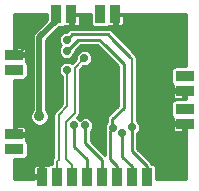
<source format=gbr>
G04 #@! TF.FileFunction,Copper,L2,Bot,Signal*
%FSLAX46Y46*%
G04 Gerber Fmt 4.6, Leading zero omitted, Abs format (unit mm)*
G04 Created by KiCad (PCBNEW 4.0.2-stable) date 02-04-2017 12:22:52*
%MOMM*%
G01*
G04 APERTURE LIST*
%ADD10C,0.100000*%
%ADD11R,1.600000X0.960000*%
%ADD12R,1.600000X0.950000*%
%ADD13R,0.960000X1.600000*%
%ADD14R,0.950000X1.600000*%
%ADD15C,0.600000*%
%ADD16C,0.906400*%
%ADD17C,0.706400*%
%ADD18C,0.250000*%
%ADD19C,0.500000*%
%ADD20C,0.203200*%
%ADD21C,0.254000*%
G04 APERTURE END LIST*
D10*
D11*
X15235200Y-7315200D03*
D12*
X15235200Y-6045200D03*
D11*
X792200Y-10998200D03*
D12*
X792200Y-12268200D03*
D11*
X15235200Y-10109200D03*
D12*
X15235200Y-8839200D03*
D13*
X5638800Y-792200D03*
D14*
X4368800Y-792200D03*
D13*
X9347200Y-792200D03*
D14*
X8077200Y-792200D03*
X12014200Y-14600200D03*
X3124200Y-14600200D03*
X4394200Y-14600200D03*
X10744200Y-14600200D03*
X9474200Y-14600200D03*
X5664200Y-14600200D03*
X6934200Y-14600200D03*
X8204200Y-14600200D03*
D11*
X792200Y-4267200D03*
D12*
X792200Y-5537200D03*
D15*
X1930400Y-3302000D03*
X1905000Y-2489200D03*
X1905000Y-1676400D03*
X13157200Y-5918200D03*
X14427200Y-1854200D03*
X14427200Y-2870200D03*
X14427200Y-3886200D03*
X7315200Y-6934200D03*
X8331200Y-6934200D03*
X9347200Y-6934200D03*
X9347200Y-7950200D03*
X8331200Y-7950200D03*
X7315200Y-7950200D03*
D16*
X2933700Y-9474200D03*
D17*
X5232400Y-2971800D03*
X10744200Y-10388600D03*
X9956800Y-10871200D03*
X5232400Y-3911600D03*
X9144000Y-10439400D03*
X6731000Y-4546600D03*
X5867400Y-10236200D03*
X6807200Y-10236200D03*
X5257800Y-5537200D03*
D18*
X1092200Y-10998200D02*
X2184400Y-10998200D01*
X1092200Y-4267200D02*
X1092200Y-4140200D01*
X1092200Y-4140200D02*
X1930400Y-3302000D01*
X1905000Y-2489200D02*
X1905000Y-1676400D01*
X13157200Y-2743200D02*
X13157200Y-5918200D01*
X14427200Y-1854200D02*
X13157200Y-2743200D01*
X14427200Y-3886200D02*
X14427200Y-2870200D01*
X7315200Y-6934200D02*
X8331200Y-6934200D01*
X9347200Y-6934200D02*
X9347200Y-7950200D01*
X8331200Y-7950200D02*
X7315200Y-7950200D01*
D19*
X4394200Y-1282700D02*
X2933700Y-2743200D01*
X2933700Y-2743200D02*
X2933700Y-9474200D01*
X4394200Y-609600D02*
X4394200Y-1282700D01*
D18*
X9169400Y-2971800D02*
X8712200Y-2514600D01*
X9169400Y-2971800D02*
X9194800Y-2997200D01*
D20*
X10617200Y-4419600D02*
X10744200Y-4546600D01*
D18*
X9194800Y-2997200D02*
X10617200Y-4419600D01*
D20*
X10744200Y-10388600D02*
X10744200Y-4546600D01*
D18*
X5689600Y-2514600D02*
X5232400Y-2971800D01*
X8712200Y-2514600D02*
X5689600Y-2514600D01*
X12014200Y-13690600D02*
X12014200Y-14300200D01*
X10744200Y-12420600D02*
X12014200Y-13690600D01*
X10744200Y-10388600D02*
X10744200Y-12420600D01*
X10744200Y-13665200D02*
X10744200Y-14300200D01*
X9956800Y-12877800D02*
X10744200Y-13665200D01*
X9956800Y-10871200D02*
X9956800Y-12877800D01*
X8483600Y-3454400D02*
X7997002Y-2967802D01*
X5279202Y-3911600D02*
X5232400Y-3911600D01*
X9144000Y-10439400D02*
X9093200Y-10388600D01*
X10058400Y-8737600D02*
X9093200Y-9702800D01*
X10058400Y-5029200D02*
X10058400Y-8737600D01*
X8636000Y-3606800D02*
X10058400Y-5029200D01*
X9093200Y-9702800D02*
X9093200Y-10388600D01*
X8483600Y-3454400D02*
X8636000Y-3606800D01*
X5609402Y-3581400D02*
X5736402Y-3454400D01*
X5609402Y-3581400D02*
X5279202Y-3911600D01*
X6223000Y-2967802D02*
X5736402Y-3454400D01*
X7997002Y-2967802D02*
X6223000Y-2967802D01*
X9474200Y-13665200D02*
X9474200Y-14300200D01*
X8915400Y-13106400D02*
X9474200Y-13665200D01*
X8915400Y-10668000D02*
X8915400Y-13106400D01*
X9144000Y-10439400D02*
X8915400Y-10668000D01*
D20*
X5765800Y-9321800D02*
X5181600Y-9906000D01*
X6731000Y-4546600D02*
X5918200Y-5359400D01*
X5918200Y-5359400D02*
X5918200Y-9169400D01*
X5918200Y-9169400D02*
X5765800Y-9321800D01*
X5664200Y-13589000D02*
X5664200Y-14300200D01*
X5181600Y-13106400D02*
X5664200Y-13589000D01*
X5181600Y-9906000D02*
X5181600Y-13106400D01*
D18*
X5867400Y-10236200D02*
X5867400Y-12039600D01*
X6934200Y-13106400D02*
X6934200Y-14300200D01*
X5867400Y-12039600D02*
X6934200Y-13106400D01*
X8204200Y-13157200D02*
X8204200Y-14300200D01*
X6807200Y-11760200D02*
X8204200Y-13157200D01*
X6807200Y-10236200D02*
X6807200Y-11760200D01*
D20*
X4546600Y-13131800D02*
X4394200Y-13284200D01*
X5257800Y-8608610D02*
X5257800Y-5537200D01*
X4394200Y-13411200D02*
X4394200Y-14300200D01*
X4550683Y-9315727D02*
X4546600Y-13131800D01*
X4550683Y-9315727D02*
X5257800Y-8608610D01*
X4394200Y-13284200D02*
X4394200Y-13411200D01*
D21*
G36*
X3557131Y-1299243D02*
X2523437Y-2332937D01*
X2397665Y-2521167D01*
X2353500Y-2743200D01*
X2353500Y-8946458D01*
X2269953Y-9029860D01*
X2150436Y-9317688D01*
X2150164Y-9629344D01*
X2269178Y-9917381D01*
X2489360Y-10137947D01*
X2777188Y-10257464D01*
X3088844Y-10257736D01*
X3376881Y-10138722D01*
X3597447Y-9918540D01*
X3716964Y-9630712D01*
X3717236Y-9319056D01*
X3598222Y-9031019D01*
X3513900Y-8946550D01*
X3513900Y-2983526D01*
X4568557Y-1928869D01*
X4843800Y-1928869D01*
X4966165Y-1905844D01*
X5078549Y-1833527D01*
X5093921Y-1811029D01*
X5113647Y-1819200D01*
X5455050Y-1819200D01*
X5511800Y-1762450D01*
X5511800Y-919200D01*
X5765800Y-919200D01*
X5765800Y-1762450D01*
X5822550Y-1819200D01*
X6163953Y-1819200D01*
X6247385Y-1784641D01*
X6311241Y-1720785D01*
X6345800Y-1637353D01*
X6345800Y-975950D01*
X6289050Y-919200D01*
X5765800Y-919200D01*
X5511800Y-919200D01*
X5491800Y-919200D01*
X5491800Y-762000D01*
X7265531Y-762000D01*
X7265531Y-1592200D01*
X7288556Y-1714565D01*
X7360873Y-1826949D01*
X7471217Y-1902344D01*
X7602200Y-1928869D01*
X8552200Y-1928869D01*
X8674565Y-1905844D01*
X8786949Y-1833527D01*
X8802321Y-1811029D01*
X8822047Y-1819200D01*
X9163450Y-1819200D01*
X9220200Y-1762450D01*
X9220200Y-919200D01*
X9474200Y-919200D01*
X9474200Y-1762450D01*
X9530950Y-1819200D01*
X9872353Y-1819200D01*
X9955785Y-1784641D01*
X10019641Y-1720785D01*
X10054200Y-1637353D01*
X10054200Y-975950D01*
X9997450Y-919200D01*
X9474200Y-919200D01*
X9220200Y-919200D01*
X9200200Y-919200D01*
X9200200Y-762000D01*
X15316200Y-762000D01*
X15316200Y-5233531D01*
X14435200Y-5233531D01*
X14312835Y-5256556D01*
X14200451Y-5328873D01*
X14125056Y-5439217D01*
X14098531Y-5570200D01*
X14098531Y-6520200D01*
X14121556Y-6642565D01*
X14193873Y-6754949D01*
X14216371Y-6770321D01*
X14208200Y-6790047D01*
X14208200Y-7131450D01*
X14264950Y-7188200D01*
X15108200Y-7188200D01*
X15108200Y-7168200D01*
X15316200Y-7168200D01*
X15316200Y-8027531D01*
X14435200Y-8027531D01*
X14312835Y-8050556D01*
X14200451Y-8122873D01*
X14125056Y-8233217D01*
X14098531Y-8364200D01*
X14098531Y-9314200D01*
X14121556Y-9436565D01*
X14193873Y-9548949D01*
X14216371Y-9564321D01*
X14208200Y-9584047D01*
X14208200Y-9925450D01*
X14264950Y-9982200D01*
X15108200Y-9982200D01*
X15108200Y-9962200D01*
X15316200Y-9962200D01*
X15316200Y-14732000D01*
X12825869Y-14732000D01*
X12825869Y-13800200D01*
X12802844Y-13677835D01*
X12730527Y-13565451D01*
X12620183Y-13490056D01*
X12489200Y-13463531D01*
X12399422Y-13463531D01*
X12336075Y-13368725D01*
X11199400Y-12232050D01*
X11199400Y-10899825D01*
X11323221Y-10776221D01*
X11427482Y-10525133D01*
X11427684Y-10292950D01*
X14208200Y-10292950D01*
X14208200Y-10634353D01*
X14242759Y-10717785D01*
X14306615Y-10781641D01*
X14390047Y-10816200D01*
X15051450Y-10816200D01*
X15108200Y-10759450D01*
X15108200Y-10236200D01*
X14264950Y-10236200D01*
X14208200Y-10292950D01*
X11427684Y-10292950D01*
X11427719Y-10253260D01*
X11323896Y-10001991D01*
X11176000Y-9853836D01*
X11176000Y-7498950D01*
X14208200Y-7498950D01*
X14208200Y-7840353D01*
X14242759Y-7923785D01*
X14306615Y-7987641D01*
X14390047Y-8022200D01*
X15051450Y-8022200D01*
X15108200Y-7965450D01*
X15108200Y-7442200D01*
X14264950Y-7442200D01*
X14208200Y-7498950D01*
X11176000Y-7498950D01*
X11176000Y-4546600D01*
X11143131Y-4381357D01*
X11049529Y-4241271D01*
X11005710Y-4197452D01*
X10939075Y-4097725D01*
X9034075Y-2192725D01*
X8886398Y-2094050D01*
X8712200Y-2059400D01*
X5689600Y-2059400D01*
X5515403Y-2094050D01*
X5515401Y-2094051D01*
X5515402Y-2094051D01*
X5367725Y-2192725D01*
X5272016Y-2288434D01*
X5097060Y-2288281D01*
X4845791Y-2392104D01*
X4653379Y-2584179D01*
X4549118Y-2835267D01*
X4548881Y-3107140D01*
X4652704Y-3358409D01*
X4735826Y-3441677D01*
X4653379Y-3523979D01*
X4549118Y-3775067D01*
X4548881Y-4046940D01*
X4652704Y-4298209D01*
X4844779Y-4490621D01*
X5095867Y-4594882D01*
X5367740Y-4595119D01*
X5619009Y-4491296D01*
X5811421Y-4299221D01*
X5915682Y-4048133D01*
X5915795Y-3918757D01*
X6411550Y-3423002D01*
X7808452Y-3423002D01*
X9603200Y-5217750D01*
X9603200Y-8549050D01*
X8771325Y-9380925D01*
X8672650Y-9528602D01*
X8654260Y-9621056D01*
X8638000Y-9702800D01*
X8638000Y-9978886D01*
X8564979Y-10051779D01*
X8460718Y-10302867D01*
X8460481Y-10574740D01*
X8472814Y-10604587D01*
X8460200Y-10668000D01*
X8460200Y-12769450D01*
X7262400Y-11571650D01*
X7262400Y-10747425D01*
X7386221Y-10623821D01*
X7490482Y-10372733D01*
X7490719Y-10100860D01*
X7386896Y-9849591D01*
X7194821Y-9657179D01*
X6943733Y-9552918D01*
X6671860Y-9552681D01*
X6420591Y-9656504D01*
X6337323Y-9739626D01*
X6255021Y-9657179D01*
X6103851Y-9594407D01*
X6223529Y-9474729D01*
X6243271Y-9445183D01*
X6317131Y-9334643D01*
X6350000Y-9169400D01*
X6350000Y-5538258D01*
X6658320Y-5229938D01*
X6866340Y-5230119D01*
X7117609Y-5126296D01*
X7310021Y-4934221D01*
X7414282Y-4683133D01*
X7414519Y-4411260D01*
X7310696Y-4159991D01*
X7118621Y-3967579D01*
X6867533Y-3863318D01*
X6595660Y-3863081D01*
X6344391Y-3966904D01*
X6151979Y-4158979D01*
X6047718Y-4410067D01*
X6047536Y-4619406D01*
X5677064Y-4989878D01*
X5645421Y-4958179D01*
X5394333Y-4853918D01*
X5122460Y-4853681D01*
X4871191Y-4957504D01*
X4678779Y-5149579D01*
X4574518Y-5400667D01*
X4574281Y-5672540D01*
X4678104Y-5923809D01*
X4826000Y-6071964D01*
X4826000Y-8429753D01*
X4245354Y-9010398D01*
X4198762Y-9080128D01*
X4151929Y-9150057D01*
X4151882Y-9150290D01*
X4151752Y-9150485D01*
X4135409Y-9232646D01*
X4118883Y-9315265D01*
X4114991Y-12952751D01*
X4088871Y-12978871D01*
X3995269Y-13118957D01*
X3962400Y-13284200D01*
X3962400Y-13463531D01*
X3919200Y-13463531D01*
X3796835Y-13486556D01*
X3684451Y-13558873D01*
X3667976Y-13582985D01*
X3644353Y-13573200D01*
X3307950Y-13573200D01*
X3251200Y-13629950D01*
X3251200Y-14473200D01*
X3271200Y-14473200D01*
X3271200Y-14727200D01*
X3251200Y-14727200D01*
X3251200Y-14732000D01*
X2997200Y-14732000D01*
X2997200Y-14727200D01*
X2478950Y-14727200D01*
X2474150Y-14732000D01*
X787400Y-14732000D01*
X787400Y-13755047D01*
X2422200Y-13755047D01*
X2422200Y-14416450D01*
X2478950Y-14473200D01*
X2997200Y-14473200D01*
X2997200Y-13629950D01*
X2940450Y-13573200D01*
X2604047Y-13573200D01*
X2520615Y-13607759D01*
X2456759Y-13671615D01*
X2422200Y-13755047D01*
X787400Y-13755047D01*
X787400Y-13079869D01*
X1592200Y-13079869D01*
X1714565Y-13056844D01*
X1826949Y-12984527D01*
X1902344Y-12874183D01*
X1928869Y-12743200D01*
X1928869Y-11793200D01*
X1905844Y-11670835D01*
X1833527Y-11558451D01*
X1811029Y-11543079D01*
X1819200Y-11523353D01*
X1819200Y-11181950D01*
X1762450Y-11125200D01*
X919200Y-11125200D01*
X919200Y-11145200D01*
X787400Y-11145200D01*
X787400Y-10347950D01*
X919200Y-10347950D01*
X919200Y-10871200D01*
X1762450Y-10871200D01*
X1819200Y-10814450D01*
X1819200Y-10473047D01*
X1784641Y-10389615D01*
X1720785Y-10325759D01*
X1637353Y-10291200D01*
X975950Y-10291200D01*
X919200Y-10347950D01*
X787400Y-10347950D01*
X787400Y-6348869D01*
X1592200Y-6348869D01*
X1714565Y-6325844D01*
X1826949Y-6253527D01*
X1902344Y-6143183D01*
X1928869Y-6012200D01*
X1928869Y-5062200D01*
X1905844Y-4939835D01*
X1833527Y-4827451D01*
X1811029Y-4812079D01*
X1819200Y-4792353D01*
X1819200Y-4450950D01*
X1762450Y-4394200D01*
X919200Y-4394200D01*
X919200Y-4414200D01*
X787400Y-4414200D01*
X787400Y-3616950D01*
X919200Y-3616950D01*
X919200Y-4140200D01*
X1762450Y-4140200D01*
X1819200Y-4083450D01*
X1819200Y-3742047D01*
X1784641Y-3658615D01*
X1720785Y-3594759D01*
X1637353Y-3560200D01*
X975950Y-3560200D01*
X919200Y-3616950D01*
X787400Y-3616950D01*
X787400Y-762000D01*
X3557131Y-762000D01*
X3557131Y-1299243D01*
X3557131Y-1299243D01*
G37*
X3557131Y-1299243D02*
X2523437Y-2332937D01*
X2397665Y-2521167D01*
X2353500Y-2743200D01*
X2353500Y-8946458D01*
X2269953Y-9029860D01*
X2150436Y-9317688D01*
X2150164Y-9629344D01*
X2269178Y-9917381D01*
X2489360Y-10137947D01*
X2777188Y-10257464D01*
X3088844Y-10257736D01*
X3376881Y-10138722D01*
X3597447Y-9918540D01*
X3716964Y-9630712D01*
X3717236Y-9319056D01*
X3598222Y-9031019D01*
X3513900Y-8946550D01*
X3513900Y-2983526D01*
X4568557Y-1928869D01*
X4843800Y-1928869D01*
X4966165Y-1905844D01*
X5078549Y-1833527D01*
X5093921Y-1811029D01*
X5113647Y-1819200D01*
X5455050Y-1819200D01*
X5511800Y-1762450D01*
X5511800Y-919200D01*
X5765800Y-919200D01*
X5765800Y-1762450D01*
X5822550Y-1819200D01*
X6163953Y-1819200D01*
X6247385Y-1784641D01*
X6311241Y-1720785D01*
X6345800Y-1637353D01*
X6345800Y-975950D01*
X6289050Y-919200D01*
X5765800Y-919200D01*
X5511800Y-919200D01*
X5491800Y-919200D01*
X5491800Y-762000D01*
X7265531Y-762000D01*
X7265531Y-1592200D01*
X7288556Y-1714565D01*
X7360873Y-1826949D01*
X7471217Y-1902344D01*
X7602200Y-1928869D01*
X8552200Y-1928869D01*
X8674565Y-1905844D01*
X8786949Y-1833527D01*
X8802321Y-1811029D01*
X8822047Y-1819200D01*
X9163450Y-1819200D01*
X9220200Y-1762450D01*
X9220200Y-919200D01*
X9474200Y-919200D01*
X9474200Y-1762450D01*
X9530950Y-1819200D01*
X9872353Y-1819200D01*
X9955785Y-1784641D01*
X10019641Y-1720785D01*
X10054200Y-1637353D01*
X10054200Y-975950D01*
X9997450Y-919200D01*
X9474200Y-919200D01*
X9220200Y-919200D01*
X9200200Y-919200D01*
X9200200Y-762000D01*
X15316200Y-762000D01*
X15316200Y-5233531D01*
X14435200Y-5233531D01*
X14312835Y-5256556D01*
X14200451Y-5328873D01*
X14125056Y-5439217D01*
X14098531Y-5570200D01*
X14098531Y-6520200D01*
X14121556Y-6642565D01*
X14193873Y-6754949D01*
X14216371Y-6770321D01*
X14208200Y-6790047D01*
X14208200Y-7131450D01*
X14264950Y-7188200D01*
X15108200Y-7188200D01*
X15108200Y-7168200D01*
X15316200Y-7168200D01*
X15316200Y-8027531D01*
X14435200Y-8027531D01*
X14312835Y-8050556D01*
X14200451Y-8122873D01*
X14125056Y-8233217D01*
X14098531Y-8364200D01*
X14098531Y-9314200D01*
X14121556Y-9436565D01*
X14193873Y-9548949D01*
X14216371Y-9564321D01*
X14208200Y-9584047D01*
X14208200Y-9925450D01*
X14264950Y-9982200D01*
X15108200Y-9982200D01*
X15108200Y-9962200D01*
X15316200Y-9962200D01*
X15316200Y-14732000D01*
X12825869Y-14732000D01*
X12825869Y-13800200D01*
X12802844Y-13677835D01*
X12730527Y-13565451D01*
X12620183Y-13490056D01*
X12489200Y-13463531D01*
X12399422Y-13463531D01*
X12336075Y-13368725D01*
X11199400Y-12232050D01*
X11199400Y-10899825D01*
X11323221Y-10776221D01*
X11427482Y-10525133D01*
X11427684Y-10292950D01*
X14208200Y-10292950D01*
X14208200Y-10634353D01*
X14242759Y-10717785D01*
X14306615Y-10781641D01*
X14390047Y-10816200D01*
X15051450Y-10816200D01*
X15108200Y-10759450D01*
X15108200Y-10236200D01*
X14264950Y-10236200D01*
X14208200Y-10292950D01*
X11427684Y-10292950D01*
X11427719Y-10253260D01*
X11323896Y-10001991D01*
X11176000Y-9853836D01*
X11176000Y-7498950D01*
X14208200Y-7498950D01*
X14208200Y-7840353D01*
X14242759Y-7923785D01*
X14306615Y-7987641D01*
X14390047Y-8022200D01*
X15051450Y-8022200D01*
X15108200Y-7965450D01*
X15108200Y-7442200D01*
X14264950Y-7442200D01*
X14208200Y-7498950D01*
X11176000Y-7498950D01*
X11176000Y-4546600D01*
X11143131Y-4381357D01*
X11049529Y-4241271D01*
X11005710Y-4197452D01*
X10939075Y-4097725D01*
X9034075Y-2192725D01*
X8886398Y-2094050D01*
X8712200Y-2059400D01*
X5689600Y-2059400D01*
X5515403Y-2094050D01*
X5515401Y-2094051D01*
X5515402Y-2094051D01*
X5367725Y-2192725D01*
X5272016Y-2288434D01*
X5097060Y-2288281D01*
X4845791Y-2392104D01*
X4653379Y-2584179D01*
X4549118Y-2835267D01*
X4548881Y-3107140D01*
X4652704Y-3358409D01*
X4735826Y-3441677D01*
X4653379Y-3523979D01*
X4549118Y-3775067D01*
X4548881Y-4046940D01*
X4652704Y-4298209D01*
X4844779Y-4490621D01*
X5095867Y-4594882D01*
X5367740Y-4595119D01*
X5619009Y-4491296D01*
X5811421Y-4299221D01*
X5915682Y-4048133D01*
X5915795Y-3918757D01*
X6411550Y-3423002D01*
X7808452Y-3423002D01*
X9603200Y-5217750D01*
X9603200Y-8549050D01*
X8771325Y-9380925D01*
X8672650Y-9528602D01*
X8654260Y-9621056D01*
X8638000Y-9702800D01*
X8638000Y-9978886D01*
X8564979Y-10051779D01*
X8460718Y-10302867D01*
X8460481Y-10574740D01*
X8472814Y-10604587D01*
X8460200Y-10668000D01*
X8460200Y-12769450D01*
X7262400Y-11571650D01*
X7262400Y-10747425D01*
X7386221Y-10623821D01*
X7490482Y-10372733D01*
X7490719Y-10100860D01*
X7386896Y-9849591D01*
X7194821Y-9657179D01*
X6943733Y-9552918D01*
X6671860Y-9552681D01*
X6420591Y-9656504D01*
X6337323Y-9739626D01*
X6255021Y-9657179D01*
X6103851Y-9594407D01*
X6223529Y-9474729D01*
X6243271Y-9445183D01*
X6317131Y-9334643D01*
X6350000Y-9169400D01*
X6350000Y-5538258D01*
X6658320Y-5229938D01*
X6866340Y-5230119D01*
X7117609Y-5126296D01*
X7310021Y-4934221D01*
X7414282Y-4683133D01*
X7414519Y-4411260D01*
X7310696Y-4159991D01*
X7118621Y-3967579D01*
X6867533Y-3863318D01*
X6595660Y-3863081D01*
X6344391Y-3966904D01*
X6151979Y-4158979D01*
X6047718Y-4410067D01*
X6047536Y-4619406D01*
X5677064Y-4989878D01*
X5645421Y-4958179D01*
X5394333Y-4853918D01*
X5122460Y-4853681D01*
X4871191Y-4957504D01*
X4678779Y-5149579D01*
X4574518Y-5400667D01*
X4574281Y-5672540D01*
X4678104Y-5923809D01*
X4826000Y-6071964D01*
X4826000Y-8429753D01*
X4245354Y-9010398D01*
X4198762Y-9080128D01*
X4151929Y-9150057D01*
X4151882Y-9150290D01*
X4151752Y-9150485D01*
X4135409Y-9232646D01*
X4118883Y-9315265D01*
X4114991Y-12952751D01*
X4088871Y-12978871D01*
X3995269Y-13118957D01*
X3962400Y-13284200D01*
X3962400Y-13463531D01*
X3919200Y-13463531D01*
X3796835Y-13486556D01*
X3684451Y-13558873D01*
X3667976Y-13582985D01*
X3644353Y-13573200D01*
X3307950Y-13573200D01*
X3251200Y-13629950D01*
X3251200Y-14473200D01*
X3271200Y-14473200D01*
X3271200Y-14727200D01*
X3251200Y-14727200D01*
X3251200Y-14732000D01*
X2997200Y-14732000D01*
X2997200Y-14727200D01*
X2478950Y-14727200D01*
X2474150Y-14732000D01*
X787400Y-14732000D01*
X787400Y-13755047D01*
X2422200Y-13755047D01*
X2422200Y-14416450D01*
X2478950Y-14473200D01*
X2997200Y-14473200D01*
X2997200Y-13629950D01*
X2940450Y-13573200D01*
X2604047Y-13573200D01*
X2520615Y-13607759D01*
X2456759Y-13671615D01*
X2422200Y-13755047D01*
X787400Y-13755047D01*
X787400Y-13079869D01*
X1592200Y-13079869D01*
X1714565Y-13056844D01*
X1826949Y-12984527D01*
X1902344Y-12874183D01*
X1928869Y-12743200D01*
X1928869Y-11793200D01*
X1905844Y-11670835D01*
X1833527Y-11558451D01*
X1811029Y-11543079D01*
X1819200Y-11523353D01*
X1819200Y-11181950D01*
X1762450Y-11125200D01*
X919200Y-11125200D01*
X919200Y-11145200D01*
X787400Y-11145200D01*
X787400Y-10347950D01*
X919200Y-10347950D01*
X919200Y-10871200D01*
X1762450Y-10871200D01*
X1819200Y-10814450D01*
X1819200Y-10473047D01*
X1784641Y-10389615D01*
X1720785Y-10325759D01*
X1637353Y-10291200D01*
X975950Y-10291200D01*
X919200Y-10347950D01*
X787400Y-10347950D01*
X787400Y-6348869D01*
X1592200Y-6348869D01*
X1714565Y-6325844D01*
X1826949Y-6253527D01*
X1902344Y-6143183D01*
X1928869Y-6012200D01*
X1928869Y-5062200D01*
X1905844Y-4939835D01*
X1833527Y-4827451D01*
X1811029Y-4812079D01*
X1819200Y-4792353D01*
X1819200Y-4450950D01*
X1762450Y-4394200D01*
X919200Y-4394200D01*
X919200Y-4414200D01*
X787400Y-4414200D01*
X787400Y-3616950D01*
X919200Y-3616950D01*
X919200Y-4140200D01*
X1762450Y-4140200D01*
X1819200Y-4083450D01*
X1819200Y-3742047D01*
X1784641Y-3658615D01*
X1720785Y-3594759D01*
X1637353Y-3560200D01*
X975950Y-3560200D01*
X919200Y-3616950D01*
X787400Y-3616950D01*
X787400Y-762000D01*
X3557131Y-762000D01*
X3557131Y-1299243D01*
M02*

</source>
